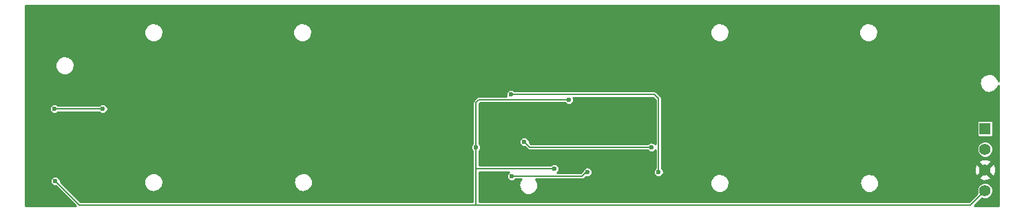
<source format=gbl>
G04 (created by PCBNEW (22-Jun-2014 BZR 4027)-stable) date Thu 28 Jun 2018 06:28:58 PM CST*
%MOIN*%
G04 Gerber Fmt 3.4, Leading zero omitted, Abs format*
%FSLAX34Y34*%
G01*
G70*
G90*
G04 APERTURE LIST*
%ADD10C,0.00393701*%
%ADD11R,0.055X0.055*%
%ADD12C,0.055*%
%ADD13C,0.023622*%
%ADD14C,0.00708661*%
%ADD15C,0.01*%
G04 APERTURE END LIST*
G54D10*
G54D11*
X158200Y-99900D03*
G54D12*
X158200Y-100900D03*
X158200Y-101900D03*
X158200Y-102900D03*
G54D13*
X138050Y-98500D03*
X137350Y-101850D03*
X133550Y-100800D03*
X113200Y-102450D03*
X150500Y-98400D03*
X150450Y-96450D03*
X136150Y-100050D03*
X134450Y-100250D03*
X142400Y-102000D03*
X135250Y-98250D03*
X138950Y-102000D03*
X135300Y-102200D03*
X142050Y-100800D03*
X135900Y-100550D03*
X113150Y-98950D03*
X115500Y-98950D03*
G54D14*
X133550Y-100800D02*
X133550Y-98650D01*
X133700Y-98500D02*
X138050Y-98500D01*
X133550Y-98650D02*
X133700Y-98500D01*
X133550Y-101850D02*
X137350Y-101850D01*
X133550Y-103200D02*
X133550Y-103600D01*
X133550Y-103200D02*
X133550Y-101850D01*
X133550Y-101850D02*
X133550Y-100800D01*
X133200Y-103600D02*
X133550Y-103600D01*
X133550Y-103600D02*
X157500Y-103600D01*
X157500Y-103600D02*
X158200Y-102900D01*
X114350Y-103600D02*
X133200Y-103600D01*
X113200Y-102450D02*
X114350Y-103600D01*
X150500Y-96500D02*
X150500Y-98400D01*
X150450Y-96450D02*
X150500Y-96500D01*
X134650Y-100050D02*
X136150Y-100050D01*
X134450Y-100250D02*
X134650Y-100050D01*
X142400Y-98450D02*
X142400Y-102000D01*
X142200Y-98250D02*
X142400Y-98450D01*
X135250Y-98250D02*
X142200Y-98250D01*
X138900Y-102000D02*
X138950Y-102000D01*
X138700Y-102200D02*
X138900Y-102000D01*
X135300Y-102200D02*
X138700Y-102200D01*
X136150Y-100800D02*
X142050Y-100800D01*
X135900Y-100550D02*
X136150Y-100800D01*
X115500Y-98950D02*
X113150Y-98950D01*
G54D10*
G36*
X158849Y-103649D02*
X158729Y-103649D01*
X158729Y-101975D01*
X158718Y-101767D01*
X158660Y-101627D01*
X158595Y-101610D01*
X158595Y-100821D01*
X158595Y-100821D01*
X158595Y-100151D01*
X158595Y-99601D01*
X158577Y-99556D01*
X158543Y-99522D01*
X158499Y-99504D01*
X158451Y-99504D01*
X157901Y-99504D01*
X157856Y-99522D01*
X157822Y-99556D01*
X157804Y-99600D01*
X157804Y-99648D01*
X157804Y-100198D01*
X157822Y-100243D01*
X157856Y-100277D01*
X157900Y-100295D01*
X157948Y-100295D01*
X158498Y-100295D01*
X158543Y-100277D01*
X158577Y-100243D01*
X158595Y-100199D01*
X158595Y-100151D01*
X158595Y-100821D01*
X158535Y-100676D01*
X158424Y-100564D01*
X158279Y-100504D01*
X158121Y-100504D01*
X157976Y-100564D01*
X157864Y-100675D01*
X157804Y-100820D01*
X157804Y-100978D01*
X157864Y-101123D01*
X157975Y-101235D01*
X158120Y-101295D01*
X158278Y-101295D01*
X158423Y-101235D01*
X158535Y-101124D01*
X158595Y-100979D01*
X158595Y-100821D01*
X158595Y-101610D01*
X158567Y-101602D01*
X158497Y-101673D01*
X158497Y-101532D01*
X158472Y-101439D01*
X158275Y-101370D01*
X158067Y-101381D01*
X157927Y-101439D01*
X157902Y-101532D01*
X158200Y-101829D01*
X158497Y-101532D01*
X158497Y-101673D01*
X158270Y-101900D01*
X158567Y-102197D01*
X158660Y-102172D01*
X158729Y-101975D01*
X158729Y-103649D01*
X157671Y-103649D01*
X158053Y-103267D01*
X158120Y-103295D01*
X158278Y-103295D01*
X158423Y-103235D01*
X158535Y-103124D01*
X158595Y-102979D01*
X158595Y-102821D01*
X158535Y-102676D01*
X158497Y-102637D01*
X158497Y-102267D01*
X158200Y-101970D01*
X158129Y-102041D01*
X158129Y-101900D01*
X157832Y-101602D01*
X157739Y-101627D01*
X157670Y-101824D01*
X157681Y-102032D01*
X157739Y-102172D01*
X157832Y-102197D01*
X158129Y-101900D01*
X158129Y-102041D01*
X157902Y-102267D01*
X157927Y-102360D01*
X158124Y-102429D01*
X158332Y-102418D01*
X158472Y-102360D01*
X158497Y-102267D01*
X158497Y-102637D01*
X158424Y-102564D01*
X158279Y-102504D01*
X158121Y-102504D01*
X157976Y-102564D01*
X157864Y-102675D01*
X157804Y-102820D01*
X157804Y-102978D01*
X157832Y-103046D01*
X157435Y-103443D01*
X153064Y-103443D01*
X153064Y-102546D01*
X153060Y-102487D01*
X153060Y-102487D01*
X153027Y-102368D01*
X153014Y-102342D01*
X153014Y-95246D01*
X153010Y-95187D01*
X153010Y-95187D01*
X152977Y-95068D01*
X152951Y-95016D01*
X152951Y-95016D01*
X152876Y-94918D01*
X152831Y-94880D01*
X152831Y-94880D01*
X152724Y-94819D01*
X152668Y-94800D01*
X152668Y-94800D01*
X152546Y-94785D01*
X152487Y-94789D01*
X152487Y-94789D01*
X152368Y-94822D01*
X152316Y-94848D01*
X152316Y-94848D01*
X152218Y-94923D01*
X152180Y-94968D01*
X152180Y-94968D01*
X152119Y-95075D01*
X152100Y-95131D01*
X152100Y-95131D01*
X152085Y-95253D01*
X152089Y-95312D01*
X152122Y-95431D01*
X152148Y-95483D01*
X152148Y-95483D01*
X152223Y-95581D01*
X152268Y-95619D01*
X152268Y-95619D01*
X152375Y-95680D01*
X152431Y-95699D01*
X152431Y-95699D01*
X152553Y-95714D01*
X152612Y-95710D01*
X152612Y-95710D01*
X152731Y-95677D01*
X152783Y-95651D01*
X152783Y-95651D01*
X152881Y-95576D01*
X152919Y-95531D01*
X152919Y-95531D01*
X152980Y-95424D01*
X152999Y-95368D01*
X152999Y-95368D01*
X153014Y-95246D01*
X153014Y-102342D01*
X153001Y-102316D01*
X153001Y-102316D01*
X152926Y-102218D01*
X152881Y-102180D01*
X152881Y-102180D01*
X152774Y-102119D01*
X152718Y-102100D01*
X152718Y-102100D01*
X152596Y-102085D01*
X152537Y-102089D01*
X152537Y-102089D01*
X152418Y-102122D01*
X152366Y-102148D01*
X152366Y-102148D01*
X152268Y-102223D01*
X152230Y-102268D01*
X152230Y-102268D01*
X152169Y-102375D01*
X152150Y-102431D01*
X152150Y-102431D01*
X152135Y-102553D01*
X152139Y-102612D01*
X152172Y-102731D01*
X152198Y-102783D01*
X152198Y-102783D01*
X152273Y-102881D01*
X152318Y-102919D01*
X152318Y-102919D01*
X152425Y-102980D01*
X152481Y-102999D01*
X152481Y-102999D01*
X152603Y-103014D01*
X152662Y-103010D01*
X152662Y-103010D01*
X152781Y-102977D01*
X152833Y-102951D01*
X152833Y-102951D01*
X152931Y-102876D01*
X152969Y-102831D01*
X152969Y-102831D01*
X153030Y-102724D01*
X153049Y-102668D01*
X153049Y-102668D01*
X153064Y-102546D01*
X153064Y-103443D01*
X145814Y-103443D01*
X145814Y-102546D01*
X145814Y-95246D01*
X145810Y-95187D01*
X145810Y-95187D01*
X145777Y-95068D01*
X145751Y-95016D01*
X145751Y-95016D01*
X145676Y-94918D01*
X145631Y-94880D01*
X145631Y-94880D01*
X145524Y-94819D01*
X145468Y-94800D01*
X145468Y-94800D01*
X145346Y-94785D01*
X145287Y-94789D01*
X145287Y-94789D01*
X145168Y-94822D01*
X145116Y-94848D01*
X145116Y-94848D01*
X145018Y-94923D01*
X144980Y-94968D01*
X144980Y-94968D01*
X144919Y-95075D01*
X144900Y-95131D01*
X144900Y-95131D01*
X144885Y-95253D01*
X144889Y-95312D01*
X144922Y-95431D01*
X144948Y-95483D01*
X144948Y-95483D01*
X145023Y-95581D01*
X145068Y-95619D01*
X145068Y-95619D01*
X145175Y-95680D01*
X145231Y-95699D01*
X145231Y-95699D01*
X145353Y-95714D01*
X145412Y-95710D01*
X145412Y-95710D01*
X145531Y-95677D01*
X145583Y-95651D01*
X145583Y-95651D01*
X145681Y-95576D01*
X145719Y-95531D01*
X145719Y-95531D01*
X145780Y-95424D01*
X145799Y-95368D01*
X145799Y-95368D01*
X145814Y-95246D01*
X145814Y-102546D01*
X145810Y-102487D01*
X145810Y-102487D01*
X145777Y-102368D01*
X145751Y-102316D01*
X145751Y-102316D01*
X145676Y-102218D01*
X145631Y-102180D01*
X145631Y-102180D01*
X145524Y-102119D01*
X145468Y-102100D01*
X145468Y-102100D01*
X145346Y-102085D01*
X145287Y-102089D01*
X145287Y-102089D01*
X145168Y-102122D01*
X145116Y-102148D01*
X145116Y-102148D01*
X145018Y-102223D01*
X144980Y-102268D01*
X144980Y-102268D01*
X144919Y-102375D01*
X144900Y-102431D01*
X144900Y-102431D01*
X144885Y-102553D01*
X144889Y-102612D01*
X144922Y-102731D01*
X144948Y-102783D01*
X144948Y-102783D01*
X145023Y-102881D01*
X145068Y-102919D01*
X145068Y-102919D01*
X145175Y-102980D01*
X145231Y-102999D01*
X145231Y-102999D01*
X145353Y-103014D01*
X145412Y-103010D01*
X145412Y-103010D01*
X145531Y-102977D01*
X145583Y-102951D01*
X145583Y-102951D01*
X145681Y-102876D01*
X145719Y-102831D01*
X145719Y-102831D01*
X145780Y-102724D01*
X145799Y-102668D01*
X145799Y-102668D01*
X145814Y-102546D01*
X145814Y-103443D01*
X133706Y-103443D01*
X133706Y-103200D01*
X133706Y-102006D01*
X135155Y-102006D01*
X135097Y-102064D01*
X135061Y-102152D01*
X135060Y-102247D01*
X135097Y-102335D01*
X135164Y-102402D01*
X135252Y-102438D01*
X135347Y-102439D01*
X135435Y-102402D01*
X135481Y-102356D01*
X135740Y-102356D01*
X135730Y-102368D01*
X135730Y-102368D01*
X135669Y-102475D01*
X135650Y-102531D01*
X135650Y-102531D01*
X135635Y-102653D01*
X135639Y-102712D01*
X135672Y-102831D01*
X135698Y-102883D01*
X135698Y-102883D01*
X135773Y-102981D01*
X135818Y-103019D01*
X135818Y-103019D01*
X135925Y-103080D01*
X135981Y-103099D01*
X135981Y-103099D01*
X136103Y-103114D01*
X136162Y-103110D01*
X136162Y-103110D01*
X136281Y-103077D01*
X136333Y-103051D01*
X136333Y-103051D01*
X136431Y-102976D01*
X136469Y-102931D01*
X136469Y-102931D01*
X136530Y-102824D01*
X136549Y-102768D01*
X136549Y-102768D01*
X136564Y-102646D01*
X136560Y-102587D01*
X136560Y-102587D01*
X136527Y-102468D01*
X136501Y-102416D01*
X136501Y-102416D01*
X136455Y-102356D01*
X138700Y-102356D01*
X138700Y-102356D01*
X138759Y-102344D01*
X138810Y-102310D01*
X138888Y-102233D01*
X138902Y-102238D01*
X138997Y-102239D01*
X139085Y-102202D01*
X139152Y-102135D01*
X139188Y-102047D01*
X139189Y-101952D01*
X139152Y-101864D01*
X139085Y-101797D01*
X138997Y-101761D01*
X138902Y-101760D01*
X138814Y-101797D01*
X138747Y-101864D01*
X138711Y-101952D01*
X138711Y-101967D01*
X138635Y-102043D01*
X137494Y-102043D01*
X137552Y-101985D01*
X137588Y-101897D01*
X137589Y-101802D01*
X137552Y-101714D01*
X137485Y-101647D01*
X137397Y-101611D01*
X137302Y-101610D01*
X137214Y-101647D01*
X137168Y-101693D01*
X133706Y-101693D01*
X133706Y-100981D01*
X133752Y-100935D01*
X133788Y-100847D01*
X133789Y-100752D01*
X133752Y-100664D01*
X133706Y-100618D01*
X133706Y-98714D01*
X133764Y-98656D01*
X137868Y-98656D01*
X137914Y-98702D01*
X138002Y-98738D01*
X138097Y-98739D01*
X138185Y-98702D01*
X138252Y-98635D01*
X138288Y-98547D01*
X138289Y-98452D01*
X138269Y-98406D01*
X142135Y-98406D01*
X142243Y-98514D01*
X142243Y-100655D01*
X142185Y-100597D01*
X142097Y-100561D01*
X142002Y-100560D01*
X141914Y-100597D01*
X141868Y-100643D01*
X136214Y-100643D01*
X136138Y-100567D01*
X136139Y-100502D01*
X136102Y-100414D01*
X136035Y-100347D01*
X135947Y-100311D01*
X135852Y-100310D01*
X135764Y-100347D01*
X135697Y-100414D01*
X135661Y-100502D01*
X135660Y-100597D01*
X135697Y-100685D01*
X135764Y-100752D01*
X135852Y-100788D01*
X135917Y-100788D01*
X136039Y-100910D01*
X136039Y-100910D01*
X136073Y-100933D01*
X136090Y-100944D01*
X136090Y-100944D01*
X136150Y-100956D01*
X141868Y-100956D01*
X141914Y-101002D01*
X142002Y-101038D01*
X142097Y-101039D01*
X142185Y-101002D01*
X142243Y-100944D01*
X142243Y-101818D01*
X142197Y-101864D01*
X142161Y-101952D01*
X142160Y-102047D01*
X142197Y-102135D01*
X142264Y-102202D01*
X142352Y-102238D01*
X142447Y-102239D01*
X142535Y-102202D01*
X142602Y-102135D01*
X142638Y-102047D01*
X142639Y-101952D01*
X142602Y-101864D01*
X142556Y-101818D01*
X142556Y-98450D01*
X142544Y-98390D01*
X142544Y-98390D01*
X142533Y-98373D01*
X142510Y-98339D01*
X142510Y-98339D01*
X142310Y-98139D01*
X142259Y-98105D01*
X142200Y-98093D01*
X135431Y-98093D01*
X135385Y-98047D01*
X135297Y-98011D01*
X135202Y-98010D01*
X135114Y-98047D01*
X135047Y-98114D01*
X135011Y-98202D01*
X135010Y-98297D01*
X135030Y-98343D01*
X133700Y-98343D01*
X133650Y-98353D01*
X133640Y-98355D01*
X133589Y-98389D01*
X133439Y-98539D01*
X133405Y-98590D01*
X133393Y-98650D01*
X133393Y-100618D01*
X133347Y-100664D01*
X133311Y-100752D01*
X133310Y-100847D01*
X133347Y-100935D01*
X133393Y-100981D01*
X133393Y-101850D01*
X133393Y-103200D01*
X133393Y-103443D01*
X133200Y-103443D01*
X125664Y-103443D01*
X125664Y-102496D01*
X125660Y-102437D01*
X125660Y-102437D01*
X125627Y-102318D01*
X125614Y-102292D01*
X125614Y-95246D01*
X125610Y-95187D01*
X125610Y-95187D01*
X125577Y-95068D01*
X125551Y-95016D01*
X125551Y-95016D01*
X125476Y-94918D01*
X125431Y-94880D01*
X125431Y-94880D01*
X125324Y-94819D01*
X125268Y-94800D01*
X125268Y-94800D01*
X125146Y-94785D01*
X125087Y-94789D01*
X125087Y-94789D01*
X124968Y-94822D01*
X124916Y-94848D01*
X124916Y-94848D01*
X124818Y-94923D01*
X124780Y-94968D01*
X124780Y-94968D01*
X124719Y-95075D01*
X124700Y-95131D01*
X124700Y-95131D01*
X124685Y-95253D01*
X124689Y-95312D01*
X124722Y-95431D01*
X124748Y-95483D01*
X124748Y-95483D01*
X124823Y-95581D01*
X124868Y-95619D01*
X124868Y-95619D01*
X124975Y-95680D01*
X125031Y-95699D01*
X125031Y-95699D01*
X125153Y-95714D01*
X125212Y-95710D01*
X125212Y-95710D01*
X125331Y-95677D01*
X125383Y-95651D01*
X125383Y-95651D01*
X125481Y-95576D01*
X125519Y-95531D01*
X125519Y-95531D01*
X125580Y-95424D01*
X125599Y-95368D01*
X125599Y-95368D01*
X125614Y-95246D01*
X125614Y-102292D01*
X125601Y-102266D01*
X125601Y-102266D01*
X125526Y-102168D01*
X125481Y-102130D01*
X125481Y-102130D01*
X125374Y-102069D01*
X125318Y-102050D01*
X125318Y-102050D01*
X125196Y-102035D01*
X125137Y-102039D01*
X125137Y-102039D01*
X125018Y-102072D01*
X124966Y-102098D01*
X124966Y-102098D01*
X124868Y-102173D01*
X124830Y-102218D01*
X124830Y-102218D01*
X124769Y-102325D01*
X124750Y-102381D01*
X124750Y-102381D01*
X124735Y-102503D01*
X124739Y-102562D01*
X124772Y-102681D01*
X124798Y-102733D01*
X124798Y-102733D01*
X124873Y-102831D01*
X124918Y-102869D01*
X124918Y-102869D01*
X125025Y-102930D01*
X125081Y-102949D01*
X125081Y-102949D01*
X125203Y-102964D01*
X125262Y-102960D01*
X125262Y-102960D01*
X125381Y-102927D01*
X125433Y-102901D01*
X125433Y-102901D01*
X125531Y-102826D01*
X125569Y-102781D01*
X125569Y-102781D01*
X125630Y-102674D01*
X125649Y-102618D01*
X125649Y-102618D01*
X125664Y-102496D01*
X125664Y-103443D01*
X118414Y-103443D01*
X118414Y-102496D01*
X118414Y-95246D01*
X118410Y-95187D01*
X118410Y-95187D01*
X118377Y-95068D01*
X118351Y-95016D01*
X118351Y-95016D01*
X118276Y-94918D01*
X118231Y-94880D01*
X118231Y-94880D01*
X118124Y-94819D01*
X118068Y-94800D01*
X118068Y-94800D01*
X117946Y-94785D01*
X117887Y-94789D01*
X117887Y-94789D01*
X117768Y-94822D01*
X117716Y-94848D01*
X117716Y-94848D01*
X117618Y-94923D01*
X117580Y-94968D01*
X117580Y-94968D01*
X117519Y-95075D01*
X117500Y-95131D01*
X117500Y-95131D01*
X117485Y-95253D01*
X117489Y-95312D01*
X117522Y-95431D01*
X117548Y-95483D01*
X117548Y-95483D01*
X117623Y-95581D01*
X117668Y-95619D01*
X117668Y-95619D01*
X117775Y-95680D01*
X117831Y-95699D01*
X117831Y-95699D01*
X117953Y-95714D01*
X118012Y-95710D01*
X118012Y-95710D01*
X118131Y-95677D01*
X118183Y-95651D01*
X118183Y-95651D01*
X118281Y-95576D01*
X118319Y-95531D01*
X118319Y-95531D01*
X118380Y-95424D01*
X118399Y-95368D01*
X118399Y-95368D01*
X118414Y-95246D01*
X118414Y-102496D01*
X118410Y-102437D01*
X118410Y-102437D01*
X118377Y-102318D01*
X118351Y-102266D01*
X118351Y-102266D01*
X118276Y-102168D01*
X118231Y-102130D01*
X118231Y-102130D01*
X118124Y-102069D01*
X118068Y-102050D01*
X118068Y-102050D01*
X117946Y-102035D01*
X117887Y-102039D01*
X117887Y-102039D01*
X117768Y-102072D01*
X117716Y-102098D01*
X117716Y-102098D01*
X117618Y-102173D01*
X117580Y-102218D01*
X117580Y-102218D01*
X117519Y-102325D01*
X117500Y-102381D01*
X117500Y-102381D01*
X117485Y-102503D01*
X117489Y-102562D01*
X117522Y-102681D01*
X117548Y-102733D01*
X117548Y-102733D01*
X117623Y-102831D01*
X117668Y-102869D01*
X117668Y-102869D01*
X117775Y-102930D01*
X117831Y-102949D01*
X117831Y-102949D01*
X117953Y-102964D01*
X118012Y-102960D01*
X118012Y-102960D01*
X118131Y-102927D01*
X118183Y-102901D01*
X118183Y-102901D01*
X118281Y-102826D01*
X118319Y-102781D01*
X118319Y-102781D01*
X118380Y-102674D01*
X118399Y-102618D01*
X118399Y-102618D01*
X118414Y-102496D01*
X118414Y-103443D01*
X115739Y-103443D01*
X115739Y-98902D01*
X115702Y-98814D01*
X115635Y-98747D01*
X115547Y-98711D01*
X115452Y-98710D01*
X115364Y-98747D01*
X115318Y-98793D01*
X114114Y-98793D01*
X114114Y-96846D01*
X114110Y-96787D01*
X114110Y-96787D01*
X114077Y-96668D01*
X114051Y-96616D01*
X114051Y-96616D01*
X113976Y-96518D01*
X113931Y-96480D01*
X113931Y-96480D01*
X113824Y-96419D01*
X113768Y-96400D01*
X113768Y-96400D01*
X113646Y-96385D01*
X113587Y-96389D01*
X113587Y-96389D01*
X113468Y-96422D01*
X113416Y-96448D01*
X113416Y-96448D01*
X113318Y-96523D01*
X113280Y-96568D01*
X113280Y-96568D01*
X113219Y-96675D01*
X113200Y-96731D01*
X113200Y-96731D01*
X113185Y-96853D01*
X113189Y-96912D01*
X113222Y-97031D01*
X113248Y-97083D01*
X113248Y-97083D01*
X113323Y-97181D01*
X113368Y-97219D01*
X113368Y-97219D01*
X113475Y-97280D01*
X113531Y-97299D01*
X113531Y-97299D01*
X113653Y-97314D01*
X113712Y-97310D01*
X113712Y-97310D01*
X113831Y-97277D01*
X113883Y-97251D01*
X113883Y-97251D01*
X113981Y-97176D01*
X114019Y-97131D01*
X114019Y-97131D01*
X114080Y-97024D01*
X114099Y-96968D01*
X114099Y-96968D01*
X114114Y-96846D01*
X114114Y-98793D01*
X113331Y-98793D01*
X113285Y-98747D01*
X113197Y-98711D01*
X113102Y-98710D01*
X113014Y-98747D01*
X112947Y-98814D01*
X112911Y-98902D01*
X112910Y-98997D01*
X112947Y-99085D01*
X113014Y-99152D01*
X113102Y-99188D01*
X113197Y-99189D01*
X113285Y-99152D01*
X113331Y-99106D01*
X115318Y-99106D01*
X115364Y-99152D01*
X115452Y-99188D01*
X115547Y-99189D01*
X115635Y-99152D01*
X115702Y-99085D01*
X115738Y-98997D01*
X115739Y-98902D01*
X115739Y-103443D01*
X114414Y-103443D01*
X113438Y-102467D01*
X113439Y-102402D01*
X113402Y-102314D01*
X113335Y-102247D01*
X113247Y-102211D01*
X113152Y-102210D01*
X113064Y-102247D01*
X112997Y-102314D01*
X112961Y-102402D01*
X112960Y-102497D01*
X112997Y-102585D01*
X113064Y-102652D01*
X113152Y-102688D01*
X113217Y-102688D01*
X114178Y-103649D01*
X111750Y-103649D01*
X111750Y-93950D01*
X158849Y-93950D01*
X158849Y-97598D01*
X158827Y-97518D01*
X158801Y-97466D01*
X158801Y-97466D01*
X158726Y-97368D01*
X158681Y-97330D01*
X158681Y-97330D01*
X158574Y-97269D01*
X158518Y-97250D01*
X158518Y-97250D01*
X158396Y-97235D01*
X158337Y-97239D01*
X158337Y-97239D01*
X158218Y-97272D01*
X158166Y-97298D01*
X158166Y-97298D01*
X158068Y-97373D01*
X158030Y-97418D01*
X158030Y-97418D01*
X157969Y-97525D01*
X157950Y-97581D01*
X157950Y-97581D01*
X157935Y-97703D01*
X157939Y-97762D01*
X157972Y-97881D01*
X157998Y-97933D01*
X157998Y-97933D01*
X158073Y-98031D01*
X158118Y-98069D01*
X158118Y-98069D01*
X158225Y-98130D01*
X158281Y-98149D01*
X158281Y-98149D01*
X158403Y-98164D01*
X158462Y-98160D01*
X158462Y-98160D01*
X158581Y-98127D01*
X158633Y-98101D01*
X158633Y-98101D01*
X158731Y-98026D01*
X158769Y-97981D01*
X158769Y-97981D01*
X158830Y-97874D01*
X158849Y-97818D01*
X158849Y-97818D01*
X158849Y-97815D01*
X158849Y-103649D01*
X158849Y-103649D01*
G37*
G54D15*
X158849Y-103649D02*
X158729Y-103649D01*
X158729Y-101975D01*
X158718Y-101767D01*
X158660Y-101627D01*
X158595Y-101610D01*
X158595Y-100821D01*
X158595Y-100821D01*
X158595Y-100151D01*
X158595Y-99601D01*
X158577Y-99556D01*
X158543Y-99522D01*
X158499Y-99504D01*
X158451Y-99504D01*
X157901Y-99504D01*
X157856Y-99522D01*
X157822Y-99556D01*
X157804Y-99600D01*
X157804Y-99648D01*
X157804Y-100198D01*
X157822Y-100243D01*
X157856Y-100277D01*
X157900Y-100295D01*
X157948Y-100295D01*
X158498Y-100295D01*
X158543Y-100277D01*
X158577Y-100243D01*
X158595Y-100199D01*
X158595Y-100151D01*
X158595Y-100821D01*
X158535Y-100676D01*
X158424Y-100564D01*
X158279Y-100504D01*
X158121Y-100504D01*
X157976Y-100564D01*
X157864Y-100675D01*
X157804Y-100820D01*
X157804Y-100978D01*
X157864Y-101123D01*
X157975Y-101235D01*
X158120Y-101295D01*
X158278Y-101295D01*
X158423Y-101235D01*
X158535Y-101124D01*
X158595Y-100979D01*
X158595Y-100821D01*
X158595Y-101610D01*
X158567Y-101602D01*
X158497Y-101673D01*
X158497Y-101532D01*
X158472Y-101439D01*
X158275Y-101370D01*
X158067Y-101381D01*
X157927Y-101439D01*
X157902Y-101532D01*
X158200Y-101829D01*
X158497Y-101532D01*
X158497Y-101673D01*
X158270Y-101900D01*
X158567Y-102197D01*
X158660Y-102172D01*
X158729Y-101975D01*
X158729Y-103649D01*
X157671Y-103649D01*
X158053Y-103267D01*
X158120Y-103295D01*
X158278Y-103295D01*
X158423Y-103235D01*
X158535Y-103124D01*
X158595Y-102979D01*
X158595Y-102821D01*
X158535Y-102676D01*
X158497Y-102637D01*
X158497Y-102267D01*
X158200Y-101970D01*
X158129Y-102041D01*
X158129Y-101900D01*
X157832Y-101602D01*
X157739Y-101627D01*
X157670Y-101824D01*
X157681Y-102032D01*
X157739Y-102172D01*
X157832Y-102197D01*
X158129Y-101900D01*
X158129Y-102041D01*
X157902Y-102267D01*
X157927Y-102360D01*
X158124Y-102429D01*
X158332Y-102418D01*
X158472Y-102360D01*
X158497Y-102267D01*
X158497Y-102637D01*
X158424Y-102564D01*
X158279Y-102504D01*
X158121Y-102504D01*
X157976Y-102564D01*
X157864Y-102675D01*
X157804Y-102820D01*
X157804Y-102978D01*
X157832Y-103046D01*
X157435Y-103443D01*
X153064Y-103443D01*
X153064Y-102546D01*
X153060Y-102487D01*
X153060Y-102487D01*
X153027Y-102368D01*
X153014Y-102342D01*
X153014Y-95246D01*
X153010Y-95187D01*
X153010Y-95187D01*
X152977Y-95068D01*
X152951Y-95016D01*
X152951Y-95016D01*
X152876Y-94918D01*
X152831Y-94880D01*
X152831Y-94880D01*
X152724Y-94819D01*
X152668Y-94800D01*
X152668Y-94800D01*
X152546Y-94785D01*
X152487Y-94789D01*
X152487Y-94789D01*
X152368Y-94822D01*
X152316Y-94848D01*
X152316Y-94848D01*
X152218Y-94923D01*
X152180Y-94968D01*
X152180Y-94968D01*
X152119Y-95075D01*
X152100Y-95131D01*
X152100Y-95131D01*
X152085Y-95253D01*
X152089Y-95312D01*
X152122Y-95431D01*
X152148Y-95483D01*
X152148Y-95483D01*
X152223Y-95581D01*
X152268Y-95619D01*
X152268Y-95619D01*
X152375Y-95680D01*
X152431Y-95699D01*
X152431Y-95699D01*
X152553Y-95714D01*
X152612Y-95710D01*
X152612Y-95710D01*
X152731Y-95677D01*
X152783Y-95651D01*
X152783Y-95651D01*
X152881Y-95576D01*
X152919Y-95531D01*
X152919Y-95531D01*
X152980Y-95424D01*
X152999Y-95368D01*
X152999Y-95368D01*
X153014Y-95246D01*
X153014Y-102342D01*
X153001Y-102316D01*
X153001Y-102316D01*
X152926Y-102218D01*
X152881Y-102180D01*
X152881Y-102180D01*
X152774Y-102119D01*
X152718Y-102100D01*
X152718Y-102100D01*
X152596Y-102085D01*
X152537Y-102089D01*
X152537Y-102089D01*
X152418Y-102122D01*
X152366Y-102148D01*
X152366Y-102148D01*
X152268Y-102223D01*
X152230Y-102268D01*
X152230Y-102268D01*
X152169Y-102375D01*
X152150Y-102431D01*
X152150Y-102431D01*
X152135Y-102553D01*
X152139Y-102612D01*
X152172Y-102731D01*
X152198Y-102783D01*
X152198Y-102783D01*
X152273Y-102881D01*
X152318Y-102919D01*
X152318Y-102919D01*
X152425Y-102980D01*
X152481Y-102999D01*
X152481Y-102999D01*
X152603Y-103014D01*
X152662Y-103010D01*
X152662Y-103010D01*
X152781Y-102977D01*
X152833Y-102951D01*
X152833Y-102951D01*
X152931Y-102876D01*
X152969Y-102831D01*
X152969Y-102831D01*
X153030Y-102724D01*
X153049Y-102668D01*
X153049Y-102668D01*
X153064Y-102546D01*
X153064Y-103443D01*
X145814Y-103443D01*
X145814Y-102546D01*
X145814Y-95246D01*
X145810Y-95187D01*
X145810Y-95187D01*
X145777Y-95068D01*
X145751Y-95016D01*
X145751Y-95016D01*
X145676Y-94918D01*
X145631Y-94880D01*
X145631Y-94880D01*
X145524Y-94819D01*
X145468Y-94800D01*
X145468Y-94800D01*
X145346Y-94785D01*
X145287Y-94789D01*
X145287Y-94789D01*
X145168Y-94822D01*
X145116Y-94848D01*
X145116Y-94848D01*
X145018Y-94923D01*
X144980Y-94968D01*
X144980Y-94968D01*
X144919Y-95075D01*
X144900Y-95131D01*
X144900Y-95131D01*
X144885Y-95253D01*
X144889Y-95312D01*
X144922Y-95431D01*
X144948Y-95483D01*
X144948Y-95483D01*
X145023Y-95581D01*
X145068Y-95619D01*
X145068Y-95619D01*
X145175Y-95680D01*
X145231Y-95699D01*
X145231Y-95699D01*
X145353Y-95714D01*
X145412Y-95710D01*
X145412Y-95710D01*
X145531Y-95677D01*
X145583Y-95651D01*
X145583Y-95651D01*
X145681Y-95576D01*
X145719Y-95531D01*
X145719Y-95531D01*
X145780Y-95424D01*
X145799Y-95368D01*
X145799Y-95368D01*
X145814Y-95246D01*
X145814Y-102546D01*
X145810Y-102487D01*
X145810Y-102487D01*
X145777Y-102368D01*
X145751Y-102316D01*
X145751Y-102316D01*
X145676Y-102218D01*
X145631Y-102180D01*
X145631Y-102180D01*
X145524Y-102119D01*
X145468Y-102100D01*
X145468Y-102100D01*
X145346Y-102085D01*
X145287Y-102089D01*
X145287Y-102089D01*
X145168Y-102122D01*
X145116Y-102148D01*
X145116Y-102148D01*
X145018Y-102223D01*
X144980Y-102268D01*
X144980Y-102268D01*
X144919Y-102375D01*
X144900Y-102431D01*
X144900Y-102431D01*
X144885Y-102553D01*
X144889Y-102612D01*
X144922Y-102731D01*
X144948Y-102783D01*
X144948Y-102783D01*
X145023Y-102881D01*
X145068Y-102919D01*
X145068Y-102919D01*
X145175Y-102980D01*
X145231Y-102999D01*
X145231Y-102999D01*
X145353Y-103014D01*
X145412Y-103010D01*
X145412Y-103010D01*
X145531Y-102977D01*
X145583Y-102951D01*
X145583Y-102951D01*
X145681Y-102876D01*
X145719Y-102831D01*
X145719Y-102831D01*
X145780Y-102724D01*
X145799Y-102668D01*
X145799Y-102668D01*
X145814Y-102546D01*
X145814Y-103443D01*
X133706Y-103443D01*
X133706Y-103200D01*
X133706Y-102006D01*
X135155Y-102006D01*
X135097Y-102064D01*
X135061Y-102152D01*
X135060Y-102247D01*
X135097Y-102335D01*
X135164Y-102402D01*
X135252Y-102438D01*
X135347Y-102439D01*
X135435Y-102402D01*
X135481Y-102356D01*
X135740Y-102356D01*
X135730Y-102368D01*
X135730Y-102368D01*
X135669Y-102475D01*
X135650Y-102531D01*
X135650Y-102531D01*
X135635Y-102653D01*
X135639Y-102712D01*
X135672Y-102831D01*
X135698Y-102883D01*
X135698Y-102883D01*
X135773Y-102981D01*
X135818Y-103019D01*
X135818Y-103019D01*
X135925Y-103080D01*
X135981Y-103099D01*
X135981Y-103099D01*
X136103Y-103114D01*
X136162Y-103110D01*
X136162Y-103110D01*
X136281Y-103077D01*
X136333Y-103051D01*
X136333Y-103051D01*
X136431Y-102976D01*
X136469Y-102931D01*
X136469Y-102931D01*
X136530Y-102824D01*
X136549Y-102768D01*
X136549Y-102768D01*
X136564Y-102646D01*
X136560Y-102587D01*
X136560Y-102587D01*
X136527Y-102468D01*
X136501Y-102416D01*
X136501Y-102416D01*
X136455Y-102356D01*
X138700Y-102356D01*
X138700Y-102356D01*
X138759Y-102344D01*
X138810Y-102310D01*
X138888Y-102233D01*
X138902Y-102238D01*
X138997Y-102239D01*
X139085Y-102202D01*
X139152Y-102135D01*
X139188Y-102047D01*
X139189Y-101952D01*
X139152Y-101864D01*
X139085Y-101797D01*
X138997Y-101761D01*
X138902Y-101760D01*
X138814Y-101797D01*
X138747Y-101864D01*
X138711Y-101952D01*
X138711Y-101967D01*
X138635Y-102043D01*
X137494Y-102043D01*
X137552Y-101985D01*
X137588Y-101897D01*
X137589Y-101802D01*
X137552Y-101714D01*
X137485Y-101647D01*
X137397Y-101611D01*
X137302Y-101610D01*
X137214Y-101647D01*
X137168Y-101693D01*
X133706Y-101693D01*
X133706Y-100981D01*
X133752Y-100935D01*
X133788Y-100847D01*
X133789Y-100752D01*
X133752Y-100664D01*
X133706Y-100618D01*
X133706Y-98714D01*
X133764Y-98656D01*
X137868Y-98656D01*
X137914Y-98702D01*
X138002Y-98738D01*
X138097Y-98739D01*
X138185Y-98702D01*
X138252Y-98635D01*
X138288Y-98547D01*
X138289Y-98452D01*
X138269Y-98406D01*
X142135Y-98406D01*
X142243Y-98514D01*
X142243Y-100655D01*
X142185Y-100597D01*
X142097Y-100561D01*
X142002Y-100560D01*
X141914Y-100597D01*
X141868Y-100643D01*
X136214Y-100643D01*
X136138Y-100567D01*
X136139Y-100502D01*
X136102Y-100414D01*
X136035Y-100347D01*
X135947Y-100311D01*
X135852Y-100310D01*
X135764Y-100347D01*
X135697Y-100414D01*
X135661Y-100502D01*
X135660Y-100597D01*
X135697Y-100685D01*
X135764Y-100752D01*
X135852Y-100788D01*
X135917Y-100788D01*
X136039Y-100910D01*
X136039Y-100910D01*
X136073Y-100933D01*
X136090Y-100944D01*
X136090Y-100944D01*
X136150Y-100956D01*
X141868Y-100956D01*
X141914Y-101002D01*
X142002Y-101038D01*
X142097Y-101039D01*
X142185Y-101002D01*
X142243Y-100944D01*
X142243Y-101818D01*
X142197Y-101864D01*
X142161Y-101952D01*
X142160Y-102047D01*
X142197Y-102135D01*
X142264Y-102202D01*
X142352Y-102238D01*
X142447Y-102239D01*
X142535Y-102202D01*
X142602Y-102135D01*
X142638Y-102047D01*
X142639Y-101952D01*
X142602Y-101864D01*
X142556Y-101818D01*
X142556Y-98450D01*
X142544Y-98390D01*
X142544Y-98390D01*
X142533Y-98373D01*
X142510Y-98339D01*
X142510Y-98339D01*
X142310Y-98139D01*
X142259Y-98105D01*
X142200Y-98093D01*
X135431Y-98093D01*
X135385Y-98047D01*
X135297Y-98011D01*
X135202Y-98010D01*
X135114Y-98047D01*
X135047Y-98114D01*
X135011Y-98202D01*
X135010Y-98297D01*
X135030Y-98343D01*
X133700Y-98343D01*
X133650Y-98353D01*
X133640Y-98355D01*
X133589Y-98389D01*
X133439Y-98539D01*
X133405Y-98590D01*
X133393Y-98650D01*
X133393Y-100618D01*
X133347Y-100664D01*
X133311Y-100752D01*
X133310Y-100847D01*
X133347Y-100935D01*
X133393Y-100981D01*
X133393Y-101850D01*
X133393Y-103200D01*
X133393Y-103443D01*
X133200Y-103443D01*
X125664Y-103443D01*
X125664Y-102496D01*
X125660Y-102437D01*
X125660Y-102437D01*
X125627Y-102318D01*
X125614Y-102292D01*
X125614Y-95246D01*
X125610Y-95187D01*
X125610Y-95187D01*
X125577Y-95068D01*
X125551Y-95016D01*
X125551Y-95016D01*
X125476Y-94918D01*
X125431Y-94880D01*
X125431Y-94880D01*
X125324Y-94819D01*
X125268Y-94800D01*
X125268Y-94800D01*
X125146Y-94785D01*
X125087Y-94789D01*
X125087Y-94789D01*
X124968Y-94822D01*
X124916Y-94848D01*
X124916Y-94848D01*
X124818Y-94923D01*
X124780Y-94968D01*
X124780Y-94968D01*
X124719Y-95075D01*
X124700Y-95131D01*
X124700Y-95131D01*
X124685Y-95253D01*
X124689Y-95312D01*
X124722Y-95431D01*
X124748Y-95483D01*
X124748Y-95483D01*
X124823Y-95581D01*
X124868Y-95619D01*
X124868Y-95619D01*
X124975Y-95680D01*
X125031Y-95699D01*
X125031Y-95699D01*
X125153Y-95714D01*
X125212Y-95710D01*
X125212Y-95710D01*
X125331Y-95677D01*
X125383Y-95651D01*
X125383Y-95651D01*
X125481Y-95576D01*
X125519Y-95531D01*
X125519Y-95531D01*
X125580Y-95424D01*
X125599Y-95368D01*
X125599Y-95368D01*
X125614Y-95246D01*
X125614Y-102292D01*
X125601Y-102266D01*
X125601Y-102266D01*
X125526Y-102168D01*
X125481Y-102130D01*
X125481Y-102130D01*
X125374Y-102069D01*
X125318Y-102050D01*
X125318Y-102050D01*
X125196Y-102035D01*
X125137Y-102039D01*
X125137Y-102039D01*
X125018Y-102072D01*
X124966Y-102098D01*
X124966Y-102098D01*
X124868Y-102173D01*
X124830Y-102218D01*
X124830Y-102218D01*
X124769Y-102325D01*
X124750Y-102381D01*
X124750Y-102381D01*
X124735Y-102503D01*
X124739Y-102562D01*
X124772Y-102681D01*
X124798Y-102733D01*
X124798Y-102733D01*
X124873Y-102831D01*
X124918Y-102869D01*
X124918Y-102869D01*
X125025Y-102930D01*
X125081Y-102949D01*
X125081Y-102949D01*
X125203Y-102964D01*
X125262Y-102960D01*
X125262Y-102960D01*
X125381Y-102927D01*
X125433Y-102901D01*
X125433Y-102901D01*
X125531Y-102826D01*
X125569Y-102781D01*
X125569Y-102781D01*
X125630Y-102674D01*
X125649Y-102618D01*
X125649Y-102618D01*
X125664Y-102496D01*
X125664Y-103443D01*
X118414Y-103443D01*
X118414Y-102496D01*
X118414Y-95246D01*
X118410Y-95187D01*
X118410Y-95187D01*
X118377Y-95068D01*
X118351Y-95016D01*
X118351Y-95016D01*
X118276Y-94918D01*
X118231Y-94880D01*
X118231Y-94880D01*
X118124Y-94819D01*
X118068Y-94800D01*
X118068Y-94800D01*
X117946Y-94785D01*
X117887Y-94789D01*
X117887Y-94789D01*
X117768Y-94822D01*
X117716Y-94848D01*
X117716Y-94848D01*
X117618Y-94923D01*
X117580Y-94968D01*
X117580Y-94968D01*
X117519Y-95075D01*
X117500Y-95131D01*
X117500Y-95131D01*
X117485Y-95253D01*
X117489Y-95312D01*
X117522Y-95431D01*
X117548Y-95483D01*
X117548Y-95483D01*
X117623Y-95581D01*
X117668Y-95619D01*
X117668Y-95619D01*
X117775Y-95680D01*
X117831Y-95699D01*
X117831Y-95699D01*
X117953Y-95714D01*
X118012Y-95710D01*
X118012Y-95710D01*
X118131Y-95677D01*
X118183Y-95651D01*
X118183Y-95651D01*
X118281Y-95576D01*
X118319Y-95531D01*
X118319Y-95531D01*
X118380Y-95424D01*
X118399Y-95368D01*
X118399Y-95368D01*
X118414Y-95246D01*
X118414Y-102496D01*
X118410Y-102437D01*
X118410Y-102437D01*
X118377Y-102318D01*
X118351Y-102266D01*
X118351Y-102266D01*
X118276Y-102168D01*
X118231Y-102130D01*
X118231Y-102130D01*
X118124Y-102069D01*
X118068Y-102050D01*
X118068Y-102050D01*
X117946Y-102035D01*
X117887Y-102039D01*
X117887Y-102039D01*
X117768Y-102072D01*
X117716Y-102098D01*
X117716Y-102098D01*
X117618Y-102173D01*
X117580Y-102218D01*
X117580Y-102218D01*
X117519Y-102325D01*
X117500Y-102381D01*
X117500Y-102381D01*
X117485Y-102503D01*
X117489Y-102562D01*
X117522Y-102681D01*
X117548Y-102733D01*
X117548Y-102733D01*
X117623Y-102831D01*
X117668Y-102869D01*
X117668Y-102869D01*
X117775Y-102930D01*
X117831Y-102949D01*
X117831Y-102949D01*
X117953Y-102964D01*
X118012Y-102960D01*
X118012Y-102960D01*
X118131Y-102927D01*
X118183Y-102901D01*
X118183Y-102901D01*
X118281Y-102826D01*
X118319Y-102781D01*
X118319Y-102781D01*
X118380Y-102674D01*
X118399Y-102618D01*
X118399Y-102618D01*
X118414Y-102496D01*
X118414Y-103443D01*
X115739Y-103443D01*
X115739Y-98902D01*
X115702Y-98814D01*
X115635Y-98747D01*
X115547Y-98711D01*
X115452Y-98710D01*
X115364Y-98747D01*
X115318Y-98793D01*
X114114Y-98793D01*
X114114Y-96846D01*
X114110Y-96787D01*
X114110Y-96787D01*
X114077Y-96668D01*
X114051Y-96616D01*
X114051Y-96616D01*
X113976Y-96518D01*
X113931Y-96480D01*
X113931Y-96480D01*
X113824Y-96419D01*
X113768Y-96400D01*
X113768Y-96400D01*
X113646Y-96385D01*
X113587Y-96389D01*
X113587Y-96389D01*
X113468Y-96422D01*
X113416Y-96448D01*
X113416Y-96448D01*
X113318Y-96523D01*
X113280Y-96568D01*
X113280Y-96568D01*
X113219Y-96675D01*
X113200Y-96731D01*
X113200Y-96731D01*
X113185Y-96853D01*
X113189Y-96912D01*
X113222Y-97031D01*
X113248Y-97083D01*
X113248Y-97083D01*
X113323Y-97181D01*
X113368Y-97219D01*
X113368Y-97219D01*
X113475Y-97280D01*
X113531Y-97299D01*
X113531Y-97299D01*
X113653Y-97314D01*
X113712Y-97310D01*
X113712Y-97310D01*
X113831Y-97277D01*
X113883Y-97251D01*
X113883Y-97251D01*
X113981Y-97176D01*
X114019Y-97131D01*
X114019Y-97131D01*
X114080Y-97024D01*
X114099Y-96968D01*
X114099Y-96968D01*
X114114Y-96846D01*
X114114Y-98793D01*
X113331Y-98793D01*
X113285Y-98747D01*
X113197Y-98711D01*
X113102Y-98710D01*
X113014Y-98747D01*
X112947Y-98814D01*
X112911Y-98902D01*
X112910Y-98997D01*
X112947Y-99085D01*
X113014Y-99152D01*
X113102Y-99188D01*
X113197Y-99189D01*
X113285Y-99152D01*
X113331Y-99106D01*
X115318Y-99106D01*
X115364Y-99152D01*
X115452Y-99188D01*
X115547Y-99189D01*
X115635Y-99152D01*
X115702Y-99085D01*
X115738Y-98997D01*
X115739Y-98902D01*
X115739Y-103443D01*
X114414Y-103443D01*
X113438Y-102467D01*
X113439Y-102402D01*
X113402Y-102314D01*
X113335Y-102247D01*
X113247Y-102211D01*
X113152Y-102210D01*
X113064Y-102247D01*
X112997Y-102314D01*
X112961Y-102402D01*
X112960Y-102497D01*
X112997Y-102585D01*
X113064Y-102652D01*
X113152Y-102688D01*
X113217Y-102688D01*
X114178Y-103649D01*
X111750Y-103649D01*
X111750Y-93950D01*
X158849Y-93950D01*
X158849Y-97598D01*
X158827Y-97518D01*
X158801Y-97466D01*
X158801Y-97466D01*
X158726Y-97368D01*
X158681Y-97330D01*
X158681Y-97330D01*
X158574Y-97269D01*
X158518Y-97250D01*
X158518Y-97250D01*
X158396Y-97235D01*
X158337Y-97239D01*
X158337Y-97239D01*
X158218Y-97272D01*
X158166Y-97298D01*
X158166Y-97298D01*
X158068Y-97373D01*
X158030Y-97418D01*
X158030Y-97418D01*
X157969Y-97525D01*
X157950Y-97581D01*
X157950Y-97581D01*
X157935Y-97703D01*
X157939Y-97762D01*
X157972Y-97881D01*
X157998Y-97933D01*
X157998Y-97933D01*
X158073Y-98031D01*
X158118Y-98069D01*
X158118Y-98069D01*
X158225Y-98130D01*
X158281Y-98149D01*
X158281Y-98149D01*
X158403Y-98164D01*
X158462Y-98160D01*
X158462Y-98160D01*
X158581Y-98127D01*
X158633Y-98101D01*
X158633Y-98101D01*
X158731Y-98026D01*
X158769Y-97981D01*
X158769Y-97981D01*
X158830Y-97874D01*
X158849Y-97818D01*
X158849Y-97818D01*
X158849Y-97815D01*
X158849Y-103649D01*
M02*

</source>
